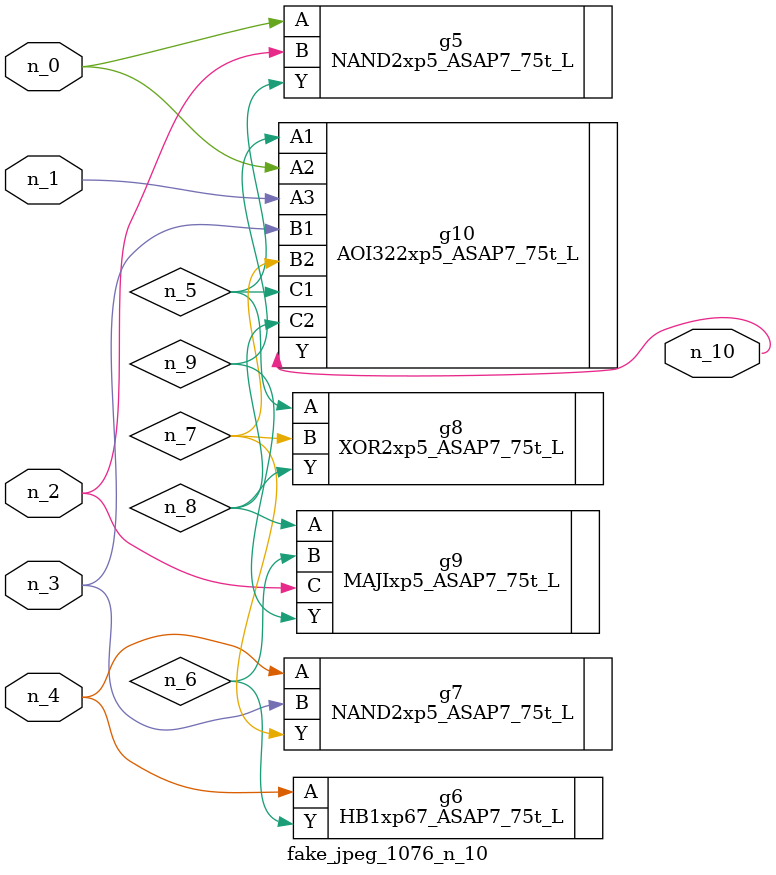
<source format=v>
module fake_jpeg_1076_n_10 (n_3, n_2, n_1, n_0, n_4, n_10);

input n_3;
input n_2;
input n_1;
input n_0;
input n_4;

output n_10;

wire n_8;
wire n_9;
wire n_6;
wire n_5;
wire n_7;

NAND2xp5_ASAP7_75t_L g5 ( 
.A(n_0),
.B(n_2),
.Y(n_5)
);

HB1xp67_ASAP7_75t_L g6 ( 
.A(n_4),
.Y(n_6)
);

NAND2xp5_ASAP7_75t_L g7 ( 
.A(n_4),
.B(n_3),
.Y(n_7)
);

XOR2xp5_ASAP7_75t_L g8 ( 
.A(n_5),
.B(n_7),
.Y(n_8)
);

MAJIxp5_ASAP7_75t_L g9 ( 
.A(n_8),
.B(n_6),
.C(n_2),
.Y(n_9)
);

AOI322xp5_ASAP7_75t_L g10 ( 
.A1(n_9),
.A2(n_0),
.A3(n_1),
.B1(n_3),
.B2(n_7),
.C1(n_5),
.C2(n_8),
.Y(n_10)
);


endmodule
</source>
